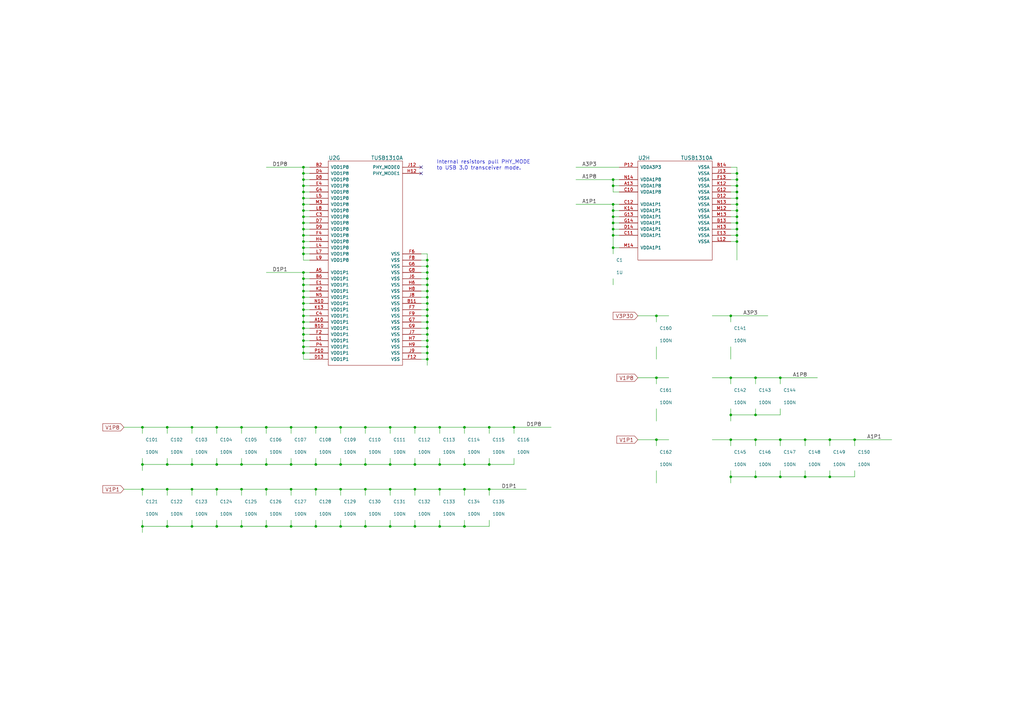
<source format=kicad_sch>
(kicad_sch (version 20230121) (generator eeschema)
  (paper "A3")
  (title_block (title "Daisho Project Main Board") (date "10 Oct 2014") (rev "0") (company "ShareBrained Technology, Inc.") (comment 1 "Copyright © 2013 Jared Boone") (comment 2 "License: GNU General Public License, version 2"))
  (lib_symbols
    (symbol "tusb1310a:TUSB1310A" (pin_names (offset 1.016))
      (property "Reference" "U" (at -12.7 -1.27 0))
      (property "Value" "TUSB1310A" (at 8.89 -1.27 0))
      (symbol "TUSB1310A_1_1"
        (rectangle (start -15.24 -2.54) (end 15.24 -63.5))
        (pin output line (at 22.86 -33.02 180) (length 7.62) (name "RX_DATA6") (number "A2"))
        (pin output line (at 22.86 -30.48 180) (length 7.62) (name "RX_DATA7") (number "A3"))
        (pin output line (at 22.86 -25.4 180) (length 7.62) (name "RX_DATA9") (number "A4"))
        (pin output line (at 22.86 -5.08 180) (length 7.62) (name "PCLK") (number "A6"))
        (pin output line (at 22.86 -55.88 180) (length 7.62) (name "RX_DATAK0") (number "A7"))
        (pin output line (at 22.86 -15.24 180) (length 7.62) (name "RX_DATA13") (number "A8"))
        (pin output line (at 22.86 -12.7 180) (length 7.62) (name "RX_DATA14") (number "A9"))
        (pin output line (at 22.86 -35.56 180) (length 7.62) (name "RX_DATA5") (number "B1"))
        (pin output line (at 22.86 -27.94 180) (length 7.62) (name "RX_DATA8") (number "B3"))
        (pin output line (at 22.86 -22.86 180) (length 7.62) (name "RX_DATA10") (number "B4"))
        (pin output line (at 22.86 -20.32 180) (length 7.62) (name "RX_DATA11") (number "B5"))
        (pin output line (at 22.86 -53.34 180) (length 7.62) (name "RX_DATAK1") (number "B7"))
        (pin output line (at 22.86 -17.78 180) (length 7.62) (name "RX_DATA12") (number "B8"))
        (pin output line (at 22.86 -10.16 180) (length 7.62) (name "RX_DATA15") (number "B9"))
        (pin output line (at 22.86 -40.64 180) (length 7.62) (name "RX_DATA3") (number "C1"))
        (pin output line (at 22.86 -38.1 180) (length 7.62) (name "RX_DATA4") (number "C2"))
        (pin output line (at 22.86 -43.18 180) (length 7.62) (name "RX_DATA2") (number "D1"))
        (pin output line (at 22.86 -45.72 180) (length 7.62) (name "RX_DATA1") (number "D2"))
        (pin output line (at 22.86 -48.26 180) (length 7.62) (name "RX_DATA0") (number "E2"))
        (pin output line (at 22.86 -60.96 180) (length 7.62) (name "RX_VALID") (number "F1"))
        (pin input line (at -22.86 -53.34 0) (length 7.62) (name "TX_DATAK1") (number "G1"))
        (pin input line (at -22.86 -10.16 0) (length 7.62) (name "TX_DATA15") (number "G2"))
        (pin input line (at -22.86 -15.24 0) (length 7.62) (name "TX_DATA13") (number "H1"))
        (pin input line (at -22.86 -12.7 0) (length 7.62) (name "TX_DATA14") (number "H2"))
        (pin input line (at -22.86 -55.88 0) (length 7.62) (name "TX_DATAK0") (number "J1"))
        (pin input line (at -22.86 -17.78 0) (length 7.62) (name "TX_DATA12") (number "J2"))
        (pin input line (at -22.86 -5.08 0) (length 7.62) (name "TX_CLK") (number "K1"))
        (pin input line (at -22.86 -22.86 0) (length 7.62) (name "TX_DATA10") (number "L2"))
        (pin input line (at -22.86 -20.32 0) (length 7.62) (name "TX_DATA11") (number "L3"))
        (pin input line (at -22.86 -27.94 0) (length 7.62) (name "TX_DATA8") (number "M1"))
        (pin input line (at -22.86 -25.4 0) (length 7.62) (name "TX_DATA9") (number "M2"))
        (pin input line (at -22.86 -30.48 0) (length 7.62) (name "TX_DATA7") (number "N1"))
        (pin input line (at -22.86 -35.56 0) (length 7.62) (name "TX_DATA5") (number "N2"))
        (pin input line (at -22.86 -40.64 0) (length 7.62) (name "TX_DATA3") (number "N3"))
        (pin input line (at -22.86 -45.72 0) (length 7.62) (name "TX_DATA1") (number "N4"))
        (pin input line (at -22.86 -33.02 0) (length 7.62) (name "TX_DATA6") (number "P1"))
        (pin input line (at -22.86 -38.1 0) (length 7.62) (name "TX_DATA4") (number "P2"))
        (pin input line (at -22.86 -43.18 0) (length 7.62) (name "TX_DATA2") (number "P3"))
        (pin input line (at -22.86 -48.26 0) (length 7.62) (name "TX_DATA0") (number "P5"))
      )
      (symbol "TUSB1310A_2_1"
        (rectangle (start -15.24 -2.54) (end 15.24 -30.48))
        (pin output line (at 22.86 -22.86 180) (length 7.62) (name "ULPI_DIR") (number "M7"))
        (pin input line (at -22.86 -27.94 0) (length 7.62) (name "ULPI_STP") (number "M8"))
        (pin output line (at 22.86 -27.94 180) (length 7.62) (name "ULPI_NXT") (number "N11"))
        (pin bidirectional line (at -22.86 -5.08 0) (length 7.62) (name "ULPI_DATA7") (number "N6"))
        (pin bidirectional line (at -22.86 -10.16 0) (length 7.62) (name "ULPI_DATA5") (number "N7"))
        (pin bidirectional line (at -22.86 -15.24 0) (length 7.62) (name "ULPI_DATA3") (number "N8"))
        (pin bidirectional line (at -22.86 -22.86 0) (length 7.62) (name "ULPI_DATA0") (number "N9"))
        (pin output line (at 22.86 -5.08 180) (length 7.62) (name "ULPI_CLK") (number "P11"))
        (pin bidirectional line (at -22.86 -7.62 0) (length 7.62) (name "ULPI_DATA6") (number "P6"))
        (pin bidirectional line (at -22.86 -12.7 0) (length 7.62) (name "ULPI_DATA4") (number "P7"))
        (pin bidirectional line (at -22.86 -17.78 0) (length 7.62) (name "ULPI_DATA2") (number "P8"))
        (pin bidirectional line (at -22.86 -20.32 0) (length 7.62) (name "ULPI_DATA1") (number "P9"))
      )
      (symbol "TUSB1310A_3_1"
        (rectangle (start -15.24 -2.54) (end 15.24 -48.26))
        (pin output line (at -22.86 -27.94 0) (length 7.62) (name "RX_STATUS0") (number "C5"))
        (pin output line (at -22.86 -25.4 0) (length 7.62) (name "RX_STATUS1") (number "C6"))
        (pin output line (at -22.86 -22.86 0) (length 7.62) (name "RX_STATUS2") (number "C7"))
        (pin bidirectional line (at -22.86 -40.64 0) (length 7.62) (name "PHY_STATUS") (number "E3"))
        (pin bidirectional line (at -22.86 -17.78 0) (length 7.62) (name "RX_ELECIDLE") (number "F3"))
        (pin input line (at -22.86 -33.02 0) (length 7.62) (name "POWER_DOWN1") (number "G3"))
        (pin output line (at -22.86 -45.72 0) (length 7.62) (name "PWRPRESENT") (number "H11"))
        (pin input line (at -22.86 -35.56 0) (length 7.62) (name "POWER_DOWN0") (number "H3"))
        (pin input line (at -22.86 -5.08 0) (length 7.62) (name "PHY_RESETN") (number "J3"))
        (pin input line (at -22.86 -12.7 0) (length 7.62) (name "TX_ELECIDLE") (number "K3"))
        (pin input line (at -22.86 -10.16 0) (length 7.62) (name "TX_DETRX_LPBK") (number "M6"))
      )
      (symbol "TUSB1310A_4_1"
        (rectangle (start -15.24 -2.54) (end 15.24 -48.26))
        (pin input line (at -22.86 -33.02 0) (length 7.62) (name "RX_POLARITY") (number "C8"))
        (pin input line (at -22.86 -45.72 0) (length 7.62) (name "ELAS_BUF_MODE") (number "C9"))
        (pin input line (at -22.86 -35.56 0) (length 7.62) (name "RX_TERMINATION") (number "D3"))
        (pin input line (at -22.86 -10.16 0) (length 7.62) (name "TX_DEEMPH1") (number "K11"))
        (pin input line (at -22.86 -12.7 0) (length 7.62) (name "TX_DEEMPH0") (number "L11"))
        (pin input line (at -22.86 -40.64 0) (length 7.62) (name "RATE") (number "L6"))
        (pin input line (at -22.86 -20.32 0) (length 7.62) (name "TX_MARGIN1") (number "M10"))
        (pin input line (at -22.86 -17.78 0) (length 7.62) (name "TX_MARGIN2") (number "M11"))
        (pin input line (at -22.86 -5.08 0) (length 7.62) (name "TX_ONESZEROS") (number "M4"))
        (pin input line (at -22.86 -27.94 0) (length 7.62) (name "TX_SWING") (number "M5"))
        (pin input line (at -22.86 -22.86 0) (length 7.62) (name "TX_MARGIN0") (number "M9"))
      )
      (symbol "TUSB1310A_5_1"
        (rectangle (start -15.24 -2.54) (end 15.24 -50.8))
        (pin output line (at -22.86 -7.62 0) (length 7.62) (name "XO") (number "A11"))
        (pin input line (at -22.86 -5.08 0) (length 7.62) (name "XI") (number "A12"))
        (pin no_connect line (at 22.86 -48.26 180) (length 7.62) (name "RSVD") (number "A14"))
        (pin passive line (at -22.86 -15.24 0) (length 7.62) (name "VSSOSC") (number "B12"))
        (pin no_connect line (at 22.86 -38.1 180) (length 7.62) (name "RSVD") (number "C13"))
        (pin no_connect line (at 22.86 -40.64 180) (length 7.62) (name "RSVD") (number "C14"))
        (pin output line (at -22.86 -10.16 0) (length 7.62) (name "CLKOUT") (number "D10"))
        (pin input line (at -22.86 -22.86 0) (length 7.62) (name "JTAG_TMS") (number "D11"))
        (pin no_connect line (at 22.86 -35.56 180) (length 7.62) (name "RSVD") (number "D5"))
        (pin no_connect line (at 22.86 -33.02 180) (length 7.62) (name "RSVD") (number "D6"))
        (pin input line (at -22.86 -25.4 0) (length 7.62) (name "JTAG_TDI") (number "E11"))
        (pin input line (at -22.86 -27.94 0) (length 7.62) (name "JTAG_TRSTN") (number "E12"))
        (pin output line (at -22.86 -30.48 0) (length 7.62) (name "JTAG_TDO") (number "F11"))
        (pin input line (at -22.86 -20.32 0) (length 7.62) (name "JTAG_TCK") (number "G11"))
        (pin input line (at -22.86 -38.1 0) (length 7.62) (name "RESETN") (number "J11"))
        (pin no_connect line (at 22.86 -45.72 180) (length 7.62) (name "RSVD") (number "J4"))
        (pin no_connect line (at 22.86 -43.18 180) (length 7.62) (name "RSVD") (number "K4"))
        (pin input line (at -22.86 -40.64 0) (length 7.62) (name "OUT_ENABLE") (number "L10"))
        (pin input line (at -22.86 -48.26 0) (length 7.62) (name "R1EXTRTN") (number "L13"))
        (pin output line (at -22.86 -45.72 0) (length 7.62) (name "R1EXT") (number "L14"))
      )
      (symbol "TUSB1310A_6_1"
        (rectangle (start -15.24 -2.54) (end 15.24 -35.56))
        (pin input line (at 22.86 -22.86 180) (length 7.62) (name "SSRXP") (number "E14"))
        (pin input line (at 22.86 -25.4 180) (length 7.62) (name "SSRXM") (number "F14"))
        (pin output line (at 22.86 -30.48 180) (length 7.62) (name "SSTXP") (number "H14"))
        (pin output line (at 22.86 -33.02 180) (length 7.62) (name "SSTXM") (number "J14"))
        (pin input line (at 22.86 -5.08 180) (length 7.62) (name "VBUS") (number "N12"))
        (pin bidirectional line (at 22.86 -10.16 180) (length 7.62) (name "DM") (number "P13"))
        (pin bidirectional line (at 22.86 -12.7 180) (length 7.62) (name "DP") (number "P14"))
      )
      (symbol "TUSB1310A_7_1"
        (rectangle (start -15.24 -2.54) (end 15.24 -86.36))
        (pin power_in line (at -22.86 -68.58 0) (length 7.62) (name "VDD1P1") (number "A10"))
        (pin power_in line (at -22.86 -48.26 0) (length 7.62) (name "VDD1P1") (number "A5"))
        (pin power_in line (at -22.86 -71.12 0) (length 7.62) (name "VDD1P1") (number "B10"))
        (pin power_in line (at 22.86 -60.96 180) (length 7.62) (name "VSS") (number "B11"))
        (pin power_in line (at -22.86 -5.08 0) (length 7.62) (name "VDD1P8") (number "B2"))
        (pin power_in line (at -22.86 -50.8 0) (length 7.62) (name "VDD1P1") (number "B6"))
        (pin power_in line (at -22.86 -25.4 0) (length 7.62) (name "VDD1P8") (number "C3"))
        (pin power_in line (at -22.86 -66.04 0) (length 7.62) (name "VDD1P1") (number "C4"))
        (pin power_in line (at -22.86 -83.82 0) (length 7.62) (name "VDD1P1") (number "D13"))
        (pin power_in line (at -22.86 -7.62 0) (length 7.62) (name "VDD1P8") (number "D4"))
        (pin power_in line (at -22.86 -27.94 0) (length 7.62) (name "VDD1P8") (number "D7"))
        (pin power_in line (at -22.86 -10.16 0) (length 7.62) (name "VDD1P8") (number "D8"))
        (pin power_in line (at -22.86 -30.48 0) (length 7.62) (name "VDD1P8") (number "D9"))
        (pin power_in line (at -22.86 -53.34 0) (length 7.62) (name "VDD1P1") (number "E1"))
        (pin power_in line (at -22.86 -12.7 0) (length 7.62) (name "VDD1P8") (number "E4"))
        (pin power_in line (at 22.86 -83.82 180) (length 7.62) (name "VSS") (number "F12"))
        (pin power_in line (at -22.86 -73.66 0) (length 7.62) (name "VDD1P1") (number "F2"))
        (pin power_in line (at -22.86 -33.02 0) (length 7.62) (name "VDD1P8") (number "F4"))
        (pin power_in line (at 22.86 -40.64 180) (length 7.62) (name "VSS") (number "F6"))
        (pin power_in line (at 22.86 -63.5 180) (length 7.62) (name "VSS") (number "F7"))
        (pin power_in line (at 22.86 -43.18 180) (length 7.62) (name "VSS") (number "F8"))
        (pin power_in line (at 22.86 -66.04 180) (length 7.62) (name "VSS") (number "F9"))
        (pin power_in line (at -22.86 -15.24 0) (length 7.62) (name "VDD1P8") (number "G4"))
        (pin power_in line (at 22.86 -45.72 180) (length 7.62) (name "VSS") (number "G6"))
        (pin power_in line (at 22.86 -68.58 180) (length 7.62) (name "VSS") (number "G7"))
        (pin power_in line (at 22.86 -48.26 180) (length 7.62) (name "VSS") (number "G8"))
        (pin power_in line (at 22.86 -71.12 180) (length 7.62) (name "VSS") (number "G9"))
        (pin input line (at 22.86 -7.62 180) (length 7.62) (name "PHY_MODE1") (number "H12"))
        (pin power_in line (at -22.86 -35.56 0) (length 7.62) (name "VDD1P8") (number "H4"))
        (pin power_in line (at 22.86 -53.34 180) (length 7.62) (name "VSS") (number "H6"))
        (pin power_in line (at 22.86 -76.2 180) (length 7.62) (name "VSS") (number "H7"))
        (pin power_in line (at 22.86 -55.88 180) (length 7.62) (name "VSS") (number "H8"))
        (pin power_in line (at 22.86 -78.74 180) (length 7.62) (name "VSS") (number "H9"))
        (pin input line (at 22.86 -5.08 180) (length 7.62) (name "PHY_MODE0") (number "J12"))
        (pin power_in line (at 22.86 -50.8 180) (length 7.62) (name "VSS") (number "J6"))
        (pin power_in line (at 22.86 -73.66 180) (length 7.62) (name "VSS") (number "J7"))
        (pin power_in line (at 22.86 -58.42 180) (length 7.62) (name "VSS") (number "J8"))
        (pin power_in line (at 22.86 -81.28 180) (length 7.62) (name "VSS") (number "J9"))
        (pin power_in line (at -22.86 -63.5 0) (length 7.62) (name "VDD1P1") (number "K13"))
        (pin power_in line (at -22.86 -55.88 0) (length 7.62) (name "VDD1P1") (number "K2"))
        (pin power_in line (at -22.86 -76.2 0) (length 7.62) (name "VDD1P1") (number "L1"))
        (pin power_in line (at -22.86 -38.1 0) (length 7.62) (name "VDD1P8") (number "L4"))
        (pin power_in line (at -22.86 -17.78 0) (length 7.62) (name "VDD1P8") (number "L5"))
        (pin power_in line (at -22.86 -40.64 0) (length 7.62) (name "VDD1P8") (number "L7"))
        (pin power_in line (at -22.86 -22.86 0) (length 7.62) (name "VDD1P8") (number "L8"))
        (pin power_in line (at -22.86 -43.18 0) (length 7.62) (name "VDD1P8") (number "L9"))
        (pin power_in line (at -22.86 -20.32 0) (length 7.62) (name "VDD1P8") (number "M3"))
        (pin power_in line (at -22.86 -60.96 0) (length 7.62) (name "VDD1P1") (number "N10"))
        (pin power_in line (at -22.86 -58.42 0) (length 7.62) (name "VDD1P1") (number "N5"))
        (pin power_in line (at -22.86 -81.28 0) (length 7.62) (name "VDD1P1") (number "P10"))
        (pin power_in line (at -22.86 -78.74 0) (length 7.62) (name "VDD1P1") (number "P4"))
      )
      (symbol "TUSB1310A_8_1"
        (rectangle (start -15.24 -2.54) (end 15.24 -43.18))
        (pin power_in line (at -22.86 -12.7 0) (length 7.62) (name "VDDA1P8") (number "A13"))
        (pin power_in line (at 22.86 -27.94 180) (length 7.62) (name "VSSA") (number "B13"))
        (pin power_in line (at 22.86 -5.08 180) (length 7.62) (name "VSSA") (number "B14"))
        (pin power_in line (at -22.86 -15.24 0) (length 7.62) (name "VDDA1P8") (number "C10"))
        (pin power_in line (at -22.86 -33.02 0) (length 7.62) (name "VDDA1P1") (number "C11"))
        (pin power_in line (at -22.86 -20.32 0) (length 7.62) (name "VDDA1P1") (number "C12"))
        (pin power_in line (at 22.86 -17.78 180) (length 7.62) (name "VSSA") (number "D12"))
        (pin power_in line (at -22.86 -30.48 0) (length 7.62) (name "VDDA1P1") (number "D14"))
        (pin power_in line (at 22.86 -33.02 180) (length 7.62) (name "VSSA") (number "E13"))
        (pin power_in line (at 22.86 -10.16 180) (length 7.62) (name "VSSA") (number "F13"))
        (pin power_in line (at 22.86 -15.24 180) (length 7.62) (name "VSSA") (number "G12"))
        (pin power_in line (at -22.86 -25.4 0) (length 7.62) (name "VDDA1P1") (number "G13"))
        (pin power_in line (at -22.86 -27.94 0) (length 7.62) (name "VDDA1P1") (number "G14"))
        (pin power_in line (at 22.86 -30.48 180) (length 7.62) (name "VSSA") (number "H13"))
        (pin power_in line (at 22.86 -7.62 180) (length 7.62) (name "VSSA") (number "J13"))
        (pin power_in line (at 22.86 -12.7 180) (length 7.62) (name "VSSA") (number "K12"))
        (pin power_in line (at -22.86 -22.86 0) (length 7.62) (name "VDDA1P1") (number "K14"))
        (pin power_in line (at 22.86 -35.56 180) (length 7.62) (name "VSSA") (number "L12"))
        (pin power_in line (at 22.86 -22.86 180) (length 7.62) (name "VSSA") (number "M12"))
        (pin power_in line (at 22.86 -25.4 180) (length 7.62) (name "VSSA") (number "M13"))
        (pin power_in line (at -22.86 -38.1 0) (length 7.62) (name "VDDA1P1") (number "M14"))
        (pin power_in line (at 22.86 -20.32 180) (length 7.62) (name "VSSA") (number "N13"))
        (pin power_in line (at -22.86 -10.16 0) (length 7.62) (name "VDDA1P8") (number "N14"))
        (pin power_in line (at -22.86 -5.08 0) (length 7.62) (name "VDDA3P3") (number "P12"))
      )
    )
  )
  (junction (at 124.46 86.36))
  (junction (at 309.88 195.58))
  (junction (at 124.46 93.98))
  (junction (at 160.02 175.26))
  (junction (at 78.74 200.66))
  (junction (at 175.26 142.24))
  (junction (at 320.04 180.34))
  (junction (at 330.2 195.58))
  (junction (at 340.36 180.34))
  (junction (at 320.04 195.58))
  (junction (at 309.88 154.94))
  (junction (at 200.66 190.5))
  (junction (at 109.22 215.9))
  (junction (at 124.46 121.92))
  (junction (at 124.46 76.2))
  (junction (at 190.5 215.9))
  (junction (at 119.38 200.66))
  (junction (at 78.74 190.5))
  (junction (at 302.26 99.06))
  (junction (at 129.54 175.26))
  (junction (at 160.02 190.5))
  (junction (at 99.06 175.26))
  (junction (at 251.46 83.82))
  (junction (at 124.46 127))
  (junction (at 180.34 190.5))
  (junction (at 175.26 111.76))
  (junction (at 58.42 200.66))
  (junction (at 175.26 132.08))
  (junction (at 302.26 86.36))
  (junction (at 109.22 175.26))
  (junction (at 124.46 99.06))
  (junction (at 99.06 190.5))
  (junction (at 175.26 144.78))
  (junction (at 175.26 127))
  (junction (at 302.26 88.9))
  (junction (at 124.46 81.28))
  (junction (at 149.86 190.5))
  (junction (at 299.72 170.18))
  (junction (at 302.26 73.66))
  (junction (at 58.42 190.5))
  (junction (at 170.18 215.9))
  (junction (at 251.46 96.52))
  (junction (at 175.26 106.68))
  (junction (at 149.86 175.26))
  (junction (at 124.46 137.16))
  (junction (at 175.26 129.54))
  (junction (at 99.06 215.9))
  (junction (at 139.7 175.26))
  (junction (at 124.46 101.6))
  (junction (at 299.72 154.94))
  (junction (at 180.34 200.66))
  (junction (at 160.02 200.66))
  (junction (at 302.26 78.74))
  (junction (at 124.46 78.74))
  (junction (at 309.88 180.34))
  (junction (at 119.38 215.9))
  (junction (at 175.26 114.3))
  (junction (at 269.24 180.34))
  (junction (at 124.46 144.78))
  (junction (at 175.26 147.32))
  (junction (at 149.86 215.9))
  (junction (at 119.38 190.5))
  (junction (at 109.22 200.66))
  (junction (at 251.46 93.98))
  (junction (at 99.06 200.66))
  (junction (at 175.26 116.84))
  (junction (at 200.66 200.66))
  (junction (at 109.22 190.5))
  (junction (at 175.26 134.62))
  (junction (at 124.46 116.84))
  (junction (at 175.26 137.16))
  (junction (at 299.72 180.34))
  (junction (at 269.24 129.54))
  (junction (at 68.58 215.9))
  (junction (at 190.5 175.26))
  (junction (at 302.26 76.2))
  (junction (at 269.24 154.94))
  (junction (at 175.26 121.92))
  (junction (at 302.26 81.28))
  (junction (at 124.46 91.44))
  (junction (at 302.26 91.44))
  (junction (at 124.46 142.24))
  (junction (at 330.2 180.34))
  (junction (at 88.9 175.26))
  (junction (at 190.5 200.66))
  (junction (at 124.46 83.82))
  (junction (at 68.58 190.5))
  (junction (at 124.46 104.14))
  (junction (at 78.74 215.9))
  (junction (at 175.26 109.22))
  (junction (at 175.26 124.46))
  (junction (at 309.88 170.18))
  (junction (at 175.26 139.7))
  (junction (at 129.54 200.66))
  (junction (at 149.86 200.66))
  (junction (at 175.26 119.38))
  (junction (at 139.7 215.9))
  (junction (at 78.74 175.26))
  (junction (at 119.38 175.26))
  (junction (at 160.02 215.9))
  (junction (at 124.46 71.12))
  (junction (at 129.54 215.9))
  (junction (at 88.9 200.66))
  (junction (at 124.46 139.7))
  (junction (at 302.26 83.82))
  (junction (at 251.46 91.44))
  (junction (at 124.46 88.9))
  (junction (at 170.18 175.26))
  (junction (at 299.72 129.54))
  (junction (at 68.58 200.66))
  (junction (at 320.04 154.94))
  (junction (at 170.18 200.66))
  (junction (at 302.26 71.12))
  (junction (at 124.46 124.46))
  (junction (at 190.5 190.5))
  (junction (at 68.58 175.26))
  (junction (at 124.46 68.58))
  (junction (at 251.46 101.6))
  (junction (at 302.26 93.98))
  (junction (at 210.82 175.26))
  (junction (at 129.54 190.5))
  (junction (at 124.46 129.54))
  (junction (at 251.46 73.66))
  (junction (at 139.7 200.66))
  (junction (at 180.34 215.9))
  (junction (at 350.52 180.34))
  (junction (at 299.72 195.58))
  (junction (at 124.46 114.3))
  (junction (at 124.46 96.52))
  (junction (at 88.9 190.5))
  (junction (at 124.46 134.62))
  (junction (at 124.46 119.38))
  (junction (at 170.18 190.5))
  (junction (at 200.66 175.26))
  (junction (at 124.46 111.76))
  (junction (at 124.46 132.08))
  (junction (at 251.46 88.9))
  (junction (at 340.36 195.58))
  (junction (at 58.42 175.26))
  (junction (at 88.9 215.9))
  (junction (at 139.7 190.5))
  (junction (at 251.46 76.2))
  (junction (at 180.34 175.26))
  (junction (at 124.46 73.66))
  (junction (at 251.46 86.36))
  (junction (at 302.26 96.52))
  (junction (at 58.42 215.9))
  (no_connect (at 172.72 68.58))
  (no_connect (at 172.72 71.12))
  (wire (pts (xy 129.54 175.26) (xy 139.7 175.26)))
  (wire (pts (xy 269.24 154.94) (xy 274.32 154.94)))
  (wire (pts (xy 129.54 190.5) (xy 139.7 190.5)))
  (wire (pts (xy 124.46 83.82) (xy 127 83.82)))
  (wire (pts (xy 124.46 116.84) (xy 127 116.84)))
  (wire (pts (xy 175.26 132.08) (xy 172.72 132.08)))
  (wire (pts (xy 109.22 215.9) (xy 109.22 213.36)))
  (wire (pts (xy 99.06 200.66) (xy 99.06 203.2)))
  (wire (pts (xy 124.46 96.52) (xy 127 96.52)))
  (wire (pts (xy 180.34 215.9) (xy 180.34 213.36)))
  (wire (pts (xy 350.52 180.34) (xy 365.76 180.34)))
  (wire (pts (xy 269.24 167.64) (xy 269.24 172.72)))
  (wire (pts (xy 299.72 68.58) (xy 302.26 68.58)))
  (wire (pts (xy 200.66 213.36) (xy 200.66 215.9)))
  (wire (pts (xy 200.66 175.26) (xy 200.66 177.8)))
  (wire (pts (xy 254 68.58) (xy 236.22 68.58)))
  (wire (pts (xy 302.26 76.2) (xy 302.26 78.74)))
  (wire (pts (xy 99.06 215.9) (xy 88.9 215.9)))
  (wire (pts (xy 190.5 200.66) (xy 200.66 200.66)))
  (wire (pts (xy 160.02 200.66) (xy 170.18 200.66)))
  (wire (pts (xy 149.86 200.66) (xy 160.02 200.66)))
  (wire (pts (xy 124.46 101.6) (xy 127 101.6)))
  (wire (pts (xy 302.26 73.66) (xy 302.26 76.2)))
  (wire (pts (xy 302.26 96.52) (xy 302.26 99.06)))
  (wire (pts (xy 320.04 180.34) (xy 320.04 182.88)))
  (wire (pts (xy 175.26 142.24) (xy 172.72 142.24)))
  (wire (pts (xy 210.82 175.26) (xy 226.06 175.26)))
  (wire (pts (xy 139.7 175.26) (xy 139.7 177.8)))
  (wire (pts (xy 172.72 106.68) (xy 175.26 106.68)))
  (wire (pts (xy 129.54 190.5) (xy 129.54 187.96)))
  (wire (pts (xy 350.52 180.34) (xy 350.52 182.88)))
  (wire (pts (xy 149.86 190.5) (xy 160.02 190.5)))
  (wire (pts (xy 175.26 116.84) (xy 172.72 116.84)))
  (wire (pts (xy 175.26 132.08) (xy 175.26 129.54)))
  (wire (pts (xy 251.46 101.6) (xy 251.46 96.52)))
  (wire (pts (xy 124.46 116.84) (xy 124.46 114.3)))
  (wire (pts (xy 251.46 78.74) (xy 254 78.74)))
  (wire (pts (xy 180.34 190.5) (xy 180.34 187.96)))
  (wire (pts (xy 350.52 193.04) (xy 350.52 195.58)))
  (wire (pts (xy 124.46 76.2) (xy 124.46 73.66)))
  (wire (pts (xy 175.26 127) (xy 172.72 127)))
  (wire (pts (xy 109.22 190.5) (xy 119.38 190.5)))
  (wire (pts (xy 119.38 200.66) (xy 129.54 200.66)))
  (wire (pts (xy 302.26 78.74) (xy 302.26 81.28)))
  (wire (pts (xy 251.46 91.44) (xy 251.46 88.9)))
  (wire (pts (xy 175.26 144.78) (xy 175.26 142.24)))
  (wire (pts (xy 269.24 182.88) (xy 269.24 180.34)))
  (wire (pts (xy 109.22 175.26) (xy 119.38 175.26)))
  (wire (pts (xy 175.26 144.78) (xy 172.72 144.78)))
  (wire (pts (xy 170.18 200.66) (xy 180.34 200.66)))
  (wire (pts (xy 124.46 68.58) (xy 127 68.58)))
  (wire (pts (xy 160.02 215.9) (xy 160.02 213.36)))
  (wire (pts (xy 124.46 121.92) (xy 124.46 119.38)))
  (wire (pts (xy 200.66 200.66) (xy 200.66 203.2)))
  (wire (pts (xy 302.26 86.36) (xy 302.26 88.9)))
  (wire (pts (xy 190.5 190.5) (xy 190.5 187.96)))
  (wire (pts (xy 124.46 132.08) (xy 124.46 129.54)))
  (wire (pts (xy 309.88 154.94) (xy 309.88 157.48)))
  (wire (pts (xy 330.2 180.34) (xy 330.2 182.88)))
  (wire (pts (xy 200.66 200.66) (xy 215.9 200.66)))
  (wire (pts (xy 124.46 104.14) (xy 124.46 101.6)))
  (wire (pts (xy 149.86 190.5) (xy 149.86 187.96)))
  (wire (pts (xy 124.46 142.24) (xy 124.46 139.7)))
  (wire (pts (xy 200.66 190.5) (xy 210.82 190.5)))
  (wire (pts (xy 124.46 91.44) (xy 124.46 88.9)))
  (wire (pts (xy 58.42 190.5) (xy 58.42 187.96)))
  (wire (pts (xy 88.9 175.26) (xy 99.06 175.26)))
  (wire (pts (xy 175.26 119.38) (xy 172.72 119.38)))
  (wire (pts (xy 269.24 157.48) (xy 269.24 154.94)))
  (wire (pts (xy 99.06 175.26) (xy 109.22 175.26)))
  (wire (pts (xy 330.2 180.34) (xy 340.36 180.34)))
  (wire (pts (xy 160.02 175.26) (xy 160.02 177.8)))
  (wire (pts (xy 88.9 215.9) (xy 78.74 215.9)))
  (wire (pts (xy 269.24 180.34) (xy 274.32 180.34)))
  (wire (pts (xy 190.5 215.9) (xy 190.5 213.36)))
  (wire (pts (xy 124.46 132.08) (xy 127 132.08)))
  (wire (pts (xy 124.46 78.74) (xy 127 78.74)))
  (wire (pts (xy 124.46 93.98) (xy 124.46 91.44)))
  (wire (pts (xy 251.46 88.9) (xy 254 88.9)))
  (wire (pts (xy 175.26 114.3) (xy 172.72 114.3)))
  (wire (pts (xy 124.46 127) (xy 127 127)))
  (wire (pts (xy 175.26 127) (xy 175.26 124.46)))
  (wire (pts (xy 78.74 190.5) (xy 88.9 190.5)))
  (wire (pts (xy 124.46 86.36) (xy 127 86.36)))
  (wire (pts (xy 68.58 200.66) (xy 68.58 203.2)))
  (wire (pts (xy 99.06 190.5) (xy 99.06 187.96)))
  (wire (pts (xy 175.26 104.14) (xy 172.72 104.14)))
  (wire (pts (xy 269.24 132.08) (xy 269.24 129.54)))
  (wire (pts (xy 190.5 215.9) (xy 180.34 215.9)))
  (wire (pts (xy 127 104.14) (xy 124.46 104.14)))
  (wire (pts (xy 119.38 175.26) (xy 119.38 177.8)))
  (wire (pts (xy 299.72 142.24) (xy 299.72 147.32)))
  (wire (pts (xy 109.22 200.66) (xy 109.22 203.2)))
  (wire (pts (xy 251.46 96.52) (xy 251.46 93.98)))
  (wire (pts (xy 50.8 200.66) (xy 58.42 200.66)))
  (wire (pts (xy 251.46 73.66) (xy 254 73.66)))
  (wire (pts (xy 302.26 78.74) (xy 299.72 78.74)))
  (wire (pts (xy 124.46 111.76) (xy 127 111.76)))
  (wire (pts (xy 299.72 132.08) (xy 299.72 129.54)))
  (wire (pts (xy 124.46 137.16) (xy 124.46 134.62)))
  (wire (pts (xy 254 76.2) (xy 251.46 76.2)))
  (wire (pts (xy 302.26 81.28) (xy 302.26 83.82)))
  (wire (pts (xy 175.26 139.7) (xy 175.26 137.16)))
  (wire (pts (xy 251.46 101.6) (xy 254 101.6)))
  (wire (pts (xy 299.72 182.88) (xy 299.72 180.34)))
  (wire (pts (xy 180.34 215.9) (xy 170.18 215.9)))
  (wire (pts (xy 340.36 180.34) (xy 340.36 182.88)))
  (wire (pts (xy 58.42 200.66) (xy 68.58 200.66)))
  (wire (pts (xy 129.54 175.26) (xy 129.54 177.8)))
  (wire (pts (xy 180.34 200.66) (xy 190.5 200.66)))
  (wire (pts (xy 78.74 175.26) (xy 88.9 175.26)))
  (wire (pts (xy 78.74 200.66) (xy 78.74 203.2)))
  (wire (pts (xy 269.24 193.04) (xy 269.24 198.12)))
  (wire (pts (xy 299.72 170.18) (xy 299.72 167.64)))
  (wire (pts (xy 99.06 200.66) (xy 109.22 200.66)))
  (wire (pts (xy 302.26 99.06) (xy 302.26 106.68)))
  (wire (pts (xy 175.26 142.24) (xy 175.26 139.7)))
  (wire (pts (xy 320.04 154.94) (xy 320.04 157.48)))
  (wire (pts (xy 302.26 68.58) (xy 302.26 71.12)))
  (wire (pts (xy 299.72 154.94) (xy 309.88 154.94)))
  (wire (pts (xy 175.26 134.62) (xy 175.26 132.08)))
  (wire (pts (xy 302.26 83.82) (xy 299.72 83.82)))
  (wire (pts (xy 302.26 93.98) (xy 302.26 96.52)))
  (wire (pts (xy 302.26 76.2) (xy 299.72 76.2)))
  (wire (pts (xy 88.9 200.66) (xy 99.06 200.66)))
  (wire (pts (xy 58.42 193.04) (xy 58.42 190.5)))
  (wire (pts (xy 127 144.78) (xy 124.46 144.78)))
  (wire (pts (xy 124.46 121.92) (xy 127 121.92)))
  (wire (pts (xy 175.26 149.86) (xy 175.26 147.32)))
  (wire (pts (xy 124.46 88.9) (xy 124.46 86.36)))
  (wire (pts (xy 251.46 116.84) (xy 251.46 114.3)))
  (wire (pts (xy 124.46 129.54) (xy 127 129.54)))
  (wire (pts (xy 309.88 167.64) (xy 309.88 170.18)))
  (wire (pts (xy 119.38 190.5) (xy 129.54 190.5)))
  (wire (pts (xy 124.46 134.62) (xy 124.46 132.08)))
  (wire (pts (xy 309.88 180.34) (xy 309.88 182.88)))
  (wire (pts (xy 124.46 134.62) (xy 127 134.62)))
  (wire (pts (xy 251.46 76.2) (xy 251.46 78.74)))
  (wire (pts (xy 109.22 215.9) (xy 99.06 215.9)))
  (wire (pts (xy 129.54 200.66) (xy 129.54 203.2)))
  (wire (pts (xy 88.9 190.5) (xy 88.9 187.96)))
  (wire (pts (xy 251.46 104.14) (xy 251.46 101.6)))
  (wire (pts (xy 149.86 215.9) (xy 139.7 215.9)))
  (wire (pts (xy 124.46 119.38) (xy 127 119.38)))
  (wire (pts (xy 302.26 81.28) (xy 299.72 81.28)))
  (wire (pts (xy 200.66 190.5) (xy 200.66 187.96)))
  (wire (pts (xy 175.26 129.54) (xy 172.72 129.54)))
  (wire (pts (xy 261.62 154.94) (xy 269.24 154.94)))
  (wire (pts (xy 302.26 99.06) (xy 299.72 99.06)))
  (wire (pts (xy 124.46 73.66) (xy 127 73.66)))
  (wire (pts (xy 127 147.32) (xy 124.46 147.32)))
  (wire (pts (xy 124.46 78.74) (xy 124.46 76.2)))
  (wire (pts (xy 119.38 190.5) (xy 119.38 187.96)))
  (wire (pts (xy 302.26 88.9) (xy 302.26 91.44)))
  (wire (pts (xy 292.1 180.34) (xy 299.72 180.34)))
  (wire (pts (xy 139.7 215.9) (xy 129.54 215.9)))
  (wire (pts (xy 170.18 175.26) (xy 170.18 177.8)))
  (wire (pts (xy 210.82 175.26) (xy 210.82 177.8)))
  (wire (pts (xy 302.26 71.12) (xy 302.26 73.66)))
  (wire (pts (xy 175.26 121.92) (xy 175.26 119.38)))
  (wire (pts (xy 124.46 114.3) (xy 124.46 111.76)))
  (wire (pts (xy 340.36 180.34) (xy 350.52 180.34)))
  (wire (pts (xy 175.26 111.76) (xy 175.26 109.22)))
  (wire (pts (xy 129.54 200.66) (xy 139.7 200.66)))
  (wire (pts (xy 251.46 86.36) (xy 254 86.36)))
  (wire (pts (xy 124.46 99.06) (xy 124.46 96.52)))
  (wire (pts (xy 68.58 215.9) (xy 58.42 215.9)))
  (wire (pts (xy 68.58 190.5) (xy 68.58 187.96)))
  (wire (pts (xy 190.5 175.26) (xy 190.5 177.8)))
  (wire (pts (xy 160.02 215.9) (xy 149.86 215.9)))
  (wire (pts (xy 124.46 81.28) (xy 127 81.28)))
  (wire (pts (xy 309.88 193.04) (xy 309.88 195.58)))
  (wire (pts (xy 175.26 119.38) (xy 175.26 116.84)))
  (wire (pts (xy 129.54 215.9) (xy 129.54 213.36)))
  (wire (pts (xy 302.26 96.52) (xy 299.72 96.52)))
  (wire (pts (xy 299.72 129.54) (xy 314.96 129.54)))
  (wire (pts (xy 129.54 215.9) (xy 119.38 215.9)))
  (wire (pts (xy 175.26 134.62) (xy 172.72 134.62)))
  (wire (pts (xy 302.26 93.98) (xy 299.72 93.98)))
  (wire (pts (xy 210.82 190.5) (xy 210.82 187.96)))
  (wire (pts (xy 170.18 200.66) (xy 170.18 203.2)))
  (wire (pts (xy 170.18 175.26) (xy 180.34 175.26)))
  (wire (pts (xy 170.18 190.5) (xy 170.18 187.96)))
  (wire (pts (xy 124.46 96.52) (xy 124.46 93.98)))
  (wire (pts (xy 139.7 190.5) (xy 149.86 190.5)))
  (wire (pts (xy 269.24 129.54) (xy 261.62 129.54)))
  (wire (pts (xy 292.1 129.54) (xy 299.72 129.54)))
  (wire (pts (xy 139.7 200.66) (xy 139.7 203.2)))
  (wire (pts (xy 78.74 215.9) (xy 78.74 213.36)))
  (wire (pts (xy 109.22 111.76) (xy 124.46 111.76)))
  (wire (pts (xy 127 106.68) (xy 124.46 106.68)))
  (wire (pts (xy 251.46 93.98) (xy 251.46 91.44)))
  (wire (pts (xy 302.26 91.44) (xy 302.26 93.98)))
  (wire (pts (xy 299.72 180.34) (xy 309.88 180.34)))
  (wire (pts (xy 320.04 154.94) (xy 335.28 154.94)))
  (wire (pts (xy 302.26 86.36) (xy 299.72 86.36)))
  (wire (pts (xy 149.86 175.26) (xy 149.86 177.8)))
  (wire (pts (xy 200.66 175.26) (xy 210.82 175.26)))
  (wire (pts (xy 78.74 190.5) (xy 78.74 187.96)))
  (wire (pts (xy 175.26 139.7) (xy 172.72 139.7)))
  (wire (pts (xy 149.86 175.26) (xy 160.02 175.26)))
  (wire (pts (xy 88.9 215.9) (xy 88.9 213.36)))
  (wire (pts (xy 340.36 193.04) (xy 340.36 195.58)))
  (wire (pts (xy 124.46 129.54) (xy 124.46 127)))
  (wire (pts (xy 330.2 195.58) (xy 330.2 193.04)))
  (wire (pts (xy 170.18 215.9) (xy 160.02 215.9)))
  (wire (pts (xy 124.46 124.46) (xy 124.46 121.92)))
  (wire (pts (xy 309.88 154.94) (xy 320.04 154.94)))
  (wire (pts (xy 302.26 91.44) (xy 299.72 91.44)))
  (wire (pts (xy 190.5 190.5) (xy 200.66 190.5)))
  (wire (pts (xy 68.58 175.26) (xy 68.58 177.8)))
  (wire (pts (xy 124.46 73.66) (xy 124.46 71.12)))
  (wire (pts (xy 175.26 137.16) (xy 175.26 134.62)))
  (wire (pts (xy 180.34 175.26) (xy 190.5 175.26)))
  (wire (pts (xy 124.46 81.28) (xy 124.46 78.74)))
  (wire (pts (xy 190.5 175.26) (xy 200.66 175.26)))
  (wire (pts (xy 269.24 147.32) (xy 269.24 142.24)))
  (wire (pts (xy 109.22 68.58) (xy 124.46 68.58)))
  (wire (pts (xy 261.62 180.34) (xy 269.24 180.34)))
  (wire (pts (xy 350.52 195.58) (xy 340.36 195.58)))
  (wire (pts (xy 58.42 190.5) (xy 68.58 190.5)))
  (wire (pts (xy 68.58 200.66) (xy 78.74 200.66)))
  (wire (pts (xy 124.46 106.68) (xy 124.46 104.14)))
  (wire (pts (xy 299.72 71.12) (xy 302.26 71.12)))
  (wire (pts (xy 99.06 175.26) (xy 99.06 177.8)))
  (wire (pts (xy 251.46 96.52) (xy 254 96.52)))
  (wire (pts (xy 299.72 172.72) (xy 299.72 170.18)))
  (wire (pts (xy 340.36 195.58) (xy 330.2 195.58)))
  (wire (pts (xy 175.26 124.46) (xy 172.72 124.46)))
  (wire (pts (xy 88.9 190.5) (xy 99.06 190.5)))
  (wire (pts (xy 175.26 111.76) (xy 172.72 111.76)))
  (wire (pts (xy 292.1 154.94) (xy 299.72 154.94)))
  (wire (pts (xy 139.7 175.26) (xy 149.86 175.26)))
  (wire (pts (xy 124.46 76.2) (xy 127 76.2)))
  (wire (pts (xy 320.04 180.34) (xy 330.2 180.34)))
  (wire (pts (xy 320.04 167.64) (xy 320.04 170.18)))
  (wire (pts (xy 170.18 190.5) (xy 180.34 190.5)))
  (wire (pts (xy 274.32 129.54) (xy 269.24 129.54)))
  (wire (pts (xy 320.04 170.18) (xy 309.88 170.18)))
  (wire (pts (xy 180.34 175.26) (xy 180.34 177.8)))
  (wire (pts (xy 175.26 147.32) (xy 175.26 144.78)))
  (wire (pts (xy 299.72 157.48) (xy 299.72 154.94)))
  (wire (pts (xy 109.22 200.66) (xy 119.38 200.66)))
  (wire (pts (xy 124.46 127) (xy 124.46 124.46)))
  (wire (pts (xy 88.9 175.26) (xy 88.9 177.8)))
  (wire (pts (xy 119.38 175.26) (xy 129.54 175.26)))
  (wire (pts (xy 119.38 200.66) (xy 119.38 203.2)))
  (wire (pts (xy 254 93.98) (xy 251.46 93.98)))
  (wire (pts (xy 180.34 200.66) (xy 180.34 203.2)))
  (wire (pts (xy 124.46 114.3) (xy 127 114.3)))
  (wire (pts (xy 251.46 83.82) (xy 236.22 83.82)))
  (wire (pts (xy 175.26 109.22) (xy 175.26 106.68)))
  (wire (pts (xy 139.7 200.66) (xy 149.86 200.66)))
  (wire (pts (xy 175.26 121.92) (xy 172.72 121.92)))
  (wire (pts (xy 299.72 195.58) (xy 299.72 193.04)))
  (wire (pts (xy 99.06 190.5) (xy 109.22 190.5)))
  (wire (pts (xy 302.26 83.82) (xy 302.26 86.36)))
  (wire (pts (xy 251.46 88.9) (xy 251.46 86.36)))
  (wire (pts (xy 68.58 175.26) (xy 78.74 175.26)))
  (wire (pts (xy 175.26 106.68) (xy 175.26 104.14)))
  (wire (pts (xy 251.46 73.66) (xy 251.46 76.2)))
  (wire (pts (xy 175.26 116.84) (xy 175.26 114.3)))
  (wire (pts (xy 78.74 200.66) (xy 88.9 200.66)))
  (wire (pts (xy 124.46 139.7) (xy 124.46 137.16)))
  (wire (pts (xy 124.46 91.44) (xy 127 91.44)))
  (wire (pts (xy 124.46 71.12) (xy 124.46 68.58)))
  (wire (pts (xy 124.46 101.6) (xy 124.46 99.06)))
  (wire (pts (xy 99.06 215.9) (xy 99.06 213.36)))
  (wire (pts (xy 149.86 200.66) (xy 149.86 203.2)))
  (wire (pts (xy 320.04 195.58) (xy 309.88 195.58)))
  (wire (pts (xy 119.38 215.9) (xy 109.22 215.9)))
  (wire (pts (xy 124.46 86.36) (xy 124.46 83.82)))
  (wire (pts (xy 160.02 200.66) (xy 160.02 203.2)))
  (wire (pts (xy 124.46 83.82) (xy 124.46 81.28)))
  (wire (pts (xy 302.26 73.66) (xy 299.72 73.66)))
  (wire (pts (xy 149.86 215.9) (xy 149.86 213.36)))
  (wire (pts (xy 124.46 99.06) (xy 127 99.06)))
  (wire (pts (xy 309.88 180.34) (xy 320.04 180.34)))
  (wire (pts (xy 309.88 195.58) (xy 299.72 195.58)))
  (wire (pts (xy 254 83.82) (xy 251.46 83.82)))
  (wire (pts (xy 175.26 109.22) (xy 172.72 109.22)))
  (wire (pts (xy 200.66 215.9) (xy 190.5 215.9)))
  (wire (pts (xy 160.02 175.26) (xy 170.18 175.26)))
  (wire (pts (xy 170.18 215.9) (xy 170.18 213.36)))
  (wire (pts (xy 175.26 147.32) (xy 172.72 147.32)))
  (wire (pts (xy 190.5 200.66) (xy 190.5 203.2)))
  (wire (pts (xy 299.72 198.12) (xy 299.72 195.58)))
  (wire (pts (xy 50.8 175.26) (xy 58.42 175.26)))
  (wire (pts (xy 160.02 190.5) (xy 160.02 187.96)))
  (wire (pts (xy 124.46 137.16) (xy 127 137.16)))
  (wire (pts (xy 175.26 124.46) (xy 175.26 121.92)))
  (wire (pts (xy 124.46 144.78) (xy 124.46 142.24)))
  (wire (pts (xy 109.22 190.5) (xy 109.22 187.96)))
  (wire (pts (xy 139.7 190.5) (xy 139.7 187.96)))
  (wire (pts (xy 124.46 147.32) (xy 124.46 144.78)))
  (wire (pts (xy 78.74 215.9) (xy 68.58 215.9)))
  (wire (pts (xy 124.46 142.24) (xy 127 142.24)))
  (wire (pts (xy 58.42 203.2) (xy 58.42 200.66)))
  (wire (pts (xy 68.58 190.5) (xy 78.74 190.5)))
  (wire (pts (xy 68.58 213.36) (xy 68.58 215.9)))
  (wire (pts (xy 109.22 175.26) (xy 109.22 177.8)))
  (wire (pts (xy 124.46 124.46) (xy 127 124.46)))
  (wire (pts (xy 124.46 119.38) (xy 124.46 116.84)))
  (wire (pts (xy 251.46 86.36) (xy 251.46 83.82)))
  (wire (pts (xy 309.88 170.18) (xy 299.72 170.18)))
  (wire (pts (xy 119.38 215.9) (xy 119.38 213.36)))
  (wire (pts (xy 124.46 71.12) (xy 127 71.12)))
  (wire (pts (xy 58.42 215.9) (xy 58.42 213.36)))
  (wire (pts (xy 330.2 195.58) (xy 320.04 195.58)))
  (wire (pts (xy 175.26 114.3) (xy 175.26 111.76)))
  (wire (pts (xy 88.9 200.66) (xy 88.9 203.2)))
  (wire (pts (xy 139.7 215.9) (xy 139.7 213.36)))
  (wire (pts (xy 58.42 218.44) (xy 58.42 215.9)))
  (wire (pts (xy 124.46 93.98) (xy 127 93.98)))
  (wire (pts (xy 58.42 175.26) (xy 68.58 175.26)))
  (wire (pts (xy 302.26 88.9) (xy 299.72 88.9)))
  (wire (pts (xy 180.34 190.5) (xy 190.5 190.5)))
  (wire (pts (xy 320.04 195.58) (xy 320.04 193.04)))
  (wire (pts (xy 175.26 137.16) (xy 172.72 137.16)))
  (wire (pts (xy 160.02 190.5) (xy 170.18 190.5)))
  (wire (pts (xy 58.42 177.8) (xy 58.42 175.26)))
  (wire (pts (xy 251.46 91.44) (xy 254 91.44)))
  (wire (pts (xy 236.22 73.66) (xy 251.46 73.66)))
  (wire (pts (xy 175.26 129.54) (xy 175.26 127)))
  (wire (pts (xy 78.74 175.26) (xy 78.74 177.8)))
  (wire (pts (xy 124.46 139.7) (xy 127 139.7)))
  (wire (pts (xy 124.46 88.9) (xy 127 88.9)))
  (text "Internal resistors pull PHY_MODE\nto USB 3.0 transceiver mode." (at 179.07 69.85 0) (effects (font (size 1.524 1.524)) (justify left bottom)))
  (label "D1P8" (at 111.76 68.58 0) (effects (font (size 1.524 1.524))))
  (label "A1P8" (at 238.76 73.66 0) (effects (font (size 1.524 1.524))))
  (label "A1P8" (at 325.12 154.94 0) (effects (font (size 1.524 1.524))))
  (label "D1P1" (at 205.74 200.66 0) (effects (font (size 1.524 1.524))))
  (label "A1P1" (at 355.6 180.34 0) (effects (font (size 1.524 1.524))))
  (label "A3P3" (at 238.76 68.58 0) (effects (font (size 1.524 1.524))))
  (label "D1P8" (at 215.9 175.26 0) (effects (font (size 1.524 1.524))))
  (label "A1P1" (at 238.76 83.82 0) (effects (font (size 1.524 1.524))))
  (label "A3P3" (at 304.8 129.54 0) (effects (font (size 1.524 1.524))))
  (label "D1P1" (at 111.76 111.76 0) (effects (font (size 1.524 1.524))))
  (global_label "V1P1" (shape input) (at 261.62 180.34 180) (effects (font (size 1.524 1.524))) (property "Intersheetrefs" "${INTERSHEET_REFS}" (effects hide)))
  (global_label "V1P8" (shape input) (at 261.62 154.94 180) (effects (font (size 1.524 1.524))) (property "Intersheetrefs" "${INTERSHEET_REFS}" (effects hide)))
  (global_label "V1P1" (shape input) (at 50.8 200.66 180) (effects (font (size 1.524 1.524))) (property "Intersheetrefs" "${INTERSHEET_REFS}" (effects hide)))
  (global_label "V1P8" (shape input) (at 50.8 175.26 180) (effects (font (size 1.524 1.524))) (property "Intersheetrefs" "${INTERSHEET_REFS}" (effects hide)))
  (global_label "V3P3D" (shape input) (at 261.62 129.54 180) (effects (font (size 1.524 1.524))) (property "Intersheetrefs" "${INTERSHEET_REFS}" (effects hide)))
  (symbol (lib_id "tusb1310a:TUSB1310A") (at 149.86 63.5 0) (unit 7)
    (property "Reference" "U2" (at 137.16 64.77 0) (effects (font (size 1.524 1.524))))
    (property "Value" "TUSB1310A" (at 158.75 64.77 0) (effects (font (size 1.524 1.524))))
    (property "Manufacturer" "TI" (effects hide))
    (property "Part Number" "TUSB1310AZAY" (effects hide))
  )
  (symbol (lib_id "tusb1310a:TUSB1310A") (at 276.86 63.5 0) (unit 8)
    (property "Reference" "U2" (at 264.16 64.77 0) (effects (font (size 1.524 1.524))))
    (property "Value" "TUSB1310A" (at 285.75 64.77 0) (effects (font (size 1.524 1.524))))
    (property "Manufacturer" "TI" (effects hide))
    (property "Part Number" "TUSB1310AZAY" (effects hide))
  )
  (symbol (lib_id "GND") (at 302.26 106.68 0) (unit 1)
    (property "Reference" "#PWR041" (effects hide))
    (property "Value" "GND" (effects hide))
  )
  (symbol (lib_id "GND") (at 175.26 149.86 0) (unit 1)
    (property "Reference" "#PWR040" (effects hide))
    (property "Value" "GND" (effects hide))
  )
  (symbol (lib_id "C") (at 251.46 109.22 0) (unit 1)
    (property "Reference" "C1" (at 252.73 106.68 0) (effects (justify left)))
    (property "Value" "1U" (at 252.73 111.76 0) (effects (justify left)))
    (property "Manufacturer" "Murata" (effects hide))
    (property "Part Number" "GRM155R60J105KE19D" (effects hide))
  )
  (symbol (lib_id "GND") (at 251.46 116.84 0) (unit 1)
    (property "Reference" "#PWR039" (effects hide))
    (property "Value" "GND" (effects hide))
  )
  (symbol (lib_id "C") (at 58.42 182.88 0) (unit 1)
    (property "Reference" "C101" (at 59.69 180.34 0) (effects (justify left)))
    (property "Value" "100N" (at 59.69 185.42 0) (effects (justify left)))
    (property "Manufacturer" "Murata" (effects hide))
    (property "Part Number" "GRM155R61A104KA01D" (effects hide))
  )
  (symbol (lib_id "C") (at 68.58 182.88 0) (unit 1)
    (property "Reference" "C102" (at 69.85 180.34 0) (effects (justify left)))
    (property "Value" "100N" (at 69.85 185.42 0) (effects (justify left)))
    (property "Manufacturer" "Murata" (effects hide))
    (property "Part Number" "GRM155R61A104KA01D" (effects hide))
  )
  (symbol (lib_id "C") (at 78.74 182.88 0) (unit 1)
    (property "Reference" "C103" (at 80.01 180.34 0) (effects (justify left)))
    (property "Value" "100N" (at 80.01 185.42 0) (effects (justify left)))
    (property "Manufacturer" "Murata" (effects hide))
    (property "Part Number" "GRM155R61A104KA01D" (effects hide))
  )
  (symbol (lib_id "C") (at 88.9 182.88 0) (unit 1)
    (property "Reference" "C104" (at 90.17 180.34 0) (effects (justify left)))
    (property "Value" "100N" (at 90.17 185.42 0) (effects (justify left)))
    (property "Manufacturer" "Murata" (effects hide))
    (property "Part Number" "GRM155R61A104KA01D" (effects hide))
  )
  (symbol (lib_id "C") (at 99.06 182.88 0) (unit 1)
    (property "Reference" "C105" (at 100.33 180.34 0) (effects (justify left)))
    (property "Value" "100N" (at 100.33 185.42 0) (effects (justify left)))
    (property "Manufacturer" "Murata" (effects hide))
    (property "Part Number" "GRM155R61A104KA01D" (effects hide))
  )
  (symbol (lib_id "C") (at 109.22 182.88 0) (unit 1)
    (property "Reference" "C106" (at 110.49 180.34 0) (effects (justify left)))
    (property "Value" "100N" (at 110.49 185.42 0) (effects (justify left)))
    (property "Manufacturer" "Murata" (effects hide))
    (property "Part Number" "GRM155R61A104KA01D" (effects hide))
  )
  (symbol (lib_id "C") (at 119.38 182.88 0) (unit 1)
    (property "Reference" "C107" (at 120.65 180.34 0) (effects (justify left)))
    (property "Value" "100N" (at 120.65 185.42 0) (effects (justify left)))
    (property "Manufacturer" "Murata" (effects hide))
    (property "Part Number" "GRM155R61A104KA01D" (effects hide))
  )
  (symbol (lib_id "C") (at 129.54 182.88 0) (unit 1)
    (property "Reference" "C108" (at 130.81 180.34 0) (effects (justify left)))
    (property "Value" "100N" (at 130.81 185.42 0) (effects (justify left)))
    (property "Manufacturer" "Murata" (effects hide))
    (property "Part Number" "GRM155R61A104KA01D" (effects hide))
  )
  (symbol (lib_id "C") (at 139.7 182.88 0) (unit 1)
    (property "Reference" "C109" (at 140.97 180.34 0) (effects (justify left)))
    (property "Value" "100N" (at 140.97 185.42 0) (effects (justify left)))
    (property "Manufacturer" "Murata" (effects hide))
    (property "Part Number" "GRM155R61A104KA01D" (effects hide))
  )
  (symbol (lib_id "C") (at 149.86 182.88 0) (unit 1)
    (property "Reference" "C110" (at 151.13 180.34 0) (effects (justify left)))
    (property "Value" "100N" (at 151.13 185.42 0) (effects (justify left)))
    (property "Manufacturer" "Murata" (effects hide))
    (property "Part Number" "GRM155R61A104KA01D" (effects hide))
  )
  (symbol (lib_id "C") (at 160.02 182.88 0) (unit 1)
    (property "Reference" "C111" (at 161.29 180.34 0) (effects (justify left)))
    (property "Value" "100N" (at 161.29 185.42 0) (effects (justify left)))
    (property "Manufacturer" "Murata" (effects hide))
    (property "Part Number" "GRM155R61A104KA01D" (effects hide))
  )
  (symbol (lib_id "C") (at 170.18 182.88 0) (unit 1)
    (property "Reference" "C112" (at 171.45 180.34 0) (effects (justify left)))
    (property "Value" "100N" (at 171.45 185.42 0) (effects (justify left)))
    (property "Manufacturer" "Murata" (effects hide))
    (property "Part Number" "GRM155R61A104KA01D" (effects hide))
  )
  (symbol (lib_id "C") (at 180.34 182.88 0) (unit 1)
    (property "Reference" "C113" (at 181.61 180.34 0) (effects (justify left)))
    (property "Value" "100N" (at 181.61 185.42 0) (effects (justify left)))
    (property "Manufacturer" "Murata" (effects hide))
    (property "Part Number" "GRM155R61A104KA01D" (effects hide))
  )
  (symbol (lib_id "C") (at 190.5 182.88 0) (unit 1)
    (property "Reference" "C114" (at 191.77 180.34 0) (effects (justify left)))
    (property "Value" "100N" (at 191.77 185.42 0) (effects (justify left)))
    (property "Manufacturer" "Murata" (effects hide))
    (property "Part Number" "GRM155R61A104KA01D" (effects hide))
  )
  (symbol (lib_id "C") (at 200.66 182.88 0) (unit 1)
    (property "Reference" "C115" (at 201.93 180.34 0) (effects (justify left)))
    (property "Value" "100N" (at 201.93 185.42 0) (effects (justify left)))
    (property "Manufacturer" "Murata" (effects hide))
    (property "Part Number" "GRM155R61A104KA01D" (effects hide))
  )
  (symbol (lib_id "C") (at 210.82 182.88 0) (unit 1)
    (property "Reference" "C116" (at 212.09 180.34 0) (effects (justify left)))
    (property "Value" "100N" (at 212.09 185.42 0) (effects (justify left)))
    (property "Manufacturer" "Murata" (effects hide))
    (property "Part Number" "GRM155R61A104KA01D" (effects hide))
  )
  (symbol (lib_id "GND") (at 58.42 193.04 0) (unit 1)
    (property "Reference" "#PWR038" (effects hide))
    (property "Value" "GND" (effects hide))
  )
  (symbol (lib_id "C") (at 58.42 208.28 0) (unit 1)
    (property "Reference" "C121" (at 59.69 205.74 0) (effects (justify left)))
    (property "Value" "100N" (at 59.69 210.82 0) (effects (justify left)))
    (property "Manufacturer" "Murata" (effects hide))
    (property "Part Number" "GRM155R61A104KA01D" (effects hide))
  )
  (symbol (lib_id "C") (at 68.58 208.28 0) (unit 1)
    (property "Reference" "C122" (at 69.85 205.74 0) (effects (justify left)))
    (property "Value" "100N" (at 69.85 210.82 0) (effects (justify left)))
    (property "Manufacturer" "Murata" (effects hide))
    (property "Part Number" "GRM155R61A104KA01D" (effects hide))
  )
  (symbol (lib_id "C") (at 78.74 208.28 0) (unit 1)
    (property "Reference" "C123" (at 80.01 205.74 0) (effects (justify left)))
    (property "Value" "100N" (at 80.01 210.82 0) (effects (justify left)))
    (property "Manufacturer" "Murata" (effects hide))
    (property "Part Number" "GRM155R61A104KA01D" (effects hide))
  )
  (symbol (lib_id "C") (at 88.9 208.28 0) (unit 1)
    (property "Reference" "C124" (at 90.17 205.74 0) (effects (justify left)))
    (property "Value" "100N" (at 90.17 210.82 0) (effects (justify left)))
    (property "Manufacturer" "Murata" (effects hide))
    (property "Part Number" "GRM155R61A104KA01D" (effects hide))
  )
  (symbol (lib_id "C") (at 99.06 208.28 0) (unit 1)
    (property "Reference" "C125" (at 100.33 205.74 0) (effects (justify left)))
    (property "Value" "100N" (at 100.33 210.82 0) (effects (justify left)))
    (property "Manufacturer" "Murata" (effects hide))
    (property "Part Number" "GRM155R61A104KA01D" (effects hide))
  )
  (symbol (lib_id "C") (at 109.22 208.28 0) (unit 1)
    (property "Reference" "C126" (at 110.49 205.74 0) (effects (justify left)))
    (property "Value" "100N" (at 110.49 210.82 0) (effects (justify left)))
    (property "Manufacturer" "Murata" (effects hide))
    (property "Part Number" "GRM155R61A104KA01D" (effects hide))
  )
  (symbol (lib_id "C") (at 119.38 208.28 0) (unit 1)
    (property "Reference" "C127" (at 120.65 205.74 0) (effects (justify left)))
    (property "Value" "100N" (at 120.65 210.82 0) (effects (justify left)))
    (property "Manufacturer" "Murata" (effects hide))
    (property "Part Number" "GRM155R61A104KA01D" (effects hide))
  )
  (symbol (lib_id "C") (at 129.54 208.28 0) (unit 1)
    (property "Reference" "C128" (at 130.81 205.74 0) (effects (justify left)))
    (property "Value" "100N" (at 130.81 210.82 0) (effects (justify left)))
    (property "Manufacturer" "Murata" (effects hide))
    (property "Part Number" "GRM155R61A104KA01D" (effects hide))
  )
  (symbol (lib_id "C") (at 139.7 208.28 0) (unit 1)
    (property "Reference" "C129" (at 140.97 205.74 0) (effects (justify left)))
    (property "Value" "100N" (at 140.97 210.82 0) (effects (justify left)))
    (property "Manufacturer" "Murata" (effects hide))
    (property "Part Number" "GRM155R61A104KA01D" (effects hide))
  )
  (symbol (lib_id "C") (at 149.86 208.28 0) (unit 1)
    (property "Reference" "C130" (at 151.13 205.74 0) (effects (justify left)))
    (property "Value" "100N" (at 151.13 210.82 0) (effects (justify left)))
    (property "Manufacturer" "Murata" (effects hide))
    (property "Part Number" "GRM155R61A104KA01D" (effects hide))
  )
  (symbol (lib_id "C") (at 160.02 208.28 0) (unit 1)
    (property "Reference" "C131" (at 161.29 205.74 0) (effects (justify left)))
    (property "Value" "100N" (at 161.29 210.82 0) (effects (justify left)))
    (property "Manufacturer" "Murata" (effects hide))
    (property "Part Number" "GRM155R61A104KA01D" (effects hide))
  )
  (symbol (lib_id "C") (at 170.18 208.28 0) (unit 1)
    (property "Reference" "C132" (at 171.45 205.74 0) (effects (justify left)))
    (property "Value" "100N" (at 171.45 210.82 0) (effects (justify left)))
    (property "Manufacturer" "Murata" (effects hide))
    (property "Part Number" "GRM155R61A104KA01D" (effects hide))
  )
  (symbol (lib_id "C") (at 180.34 208.28 0) (unit 1)
    (property "Reference" "C133" (at 181.61 205.74 0) (effects (justify left)))
    (property "Value" "100N" (at 181.61 210.82 0) (effects (justify left)))
    (property "Manufacturer" "Murata" (effects hide))
    (property "Part Number" "GRM155R61A104KA01D" (effects hide))
  )
  (symbol (lib_id "C") (at 190.5 208.28 0) (unit 1)
    (property "Reference" "C134" (at 191.77 205.74 0) (effects (justify left)))
    (property "Value" "100N" (at 191.77 210.82 0) (effects (justify left)))
    (property "Manufacturer" "Murata" (effects hide))
    (property "Part Number" "GRM155R61A104KA01D" (effects hide))
  )
  (symbol (lib_id "C") (at 200.66 208.28 0) (unit 1)
    (property "Reference" "C135" (at 201.93 205.74 0) (effects (justify left)))
    (property "Value" "100N" (at 201.93 210.82 0) (effects (justify left)))
    (property "Manufacturer" "Murata" (effects hide))
    (property "Part Number" "GRM155R61A104KA01D" (effects hide))
  )
  (symbol (lib_id "GND") (at 58.42 218.44 0) (unit 1)
    (property "Reference" "#PWR037" (effects hide))
    (property "Value" "GND" (effects hide))
  )
  (symbol (lib_id "C") (at 299.72 137.16 0) (unit 1)
    (property "Reference" "C141" (at 300.99 134.62 0) (effects (justify left)))
    (property "Value" "100N" (at 300.99 139.7 0) (effects (justify left)))
    (property "Manufacturer" "Murata" (effects hide))
    (property "Part Number" "GRM155R61A104KA01D" (effects hide))
  )
  (symbol (lib_id "C") (at 299.72 162.56 0) (unit 1)
    (property "Reference" "C142" (at 300.99 160.02 0) (effects (justify left)))
    (property "Value" "100N" (at 300.99 165.1 0) (effects (justify left)))
    (property "Manufacturer" "Murata" (effects hide))
    (property "Part Number" "GRM155R61A104KA01D" (effects hide))
  )
  (symbol (lib_id "C") (at 309.88 162.56 0) (unit 1)
    (property "Reference" "C143" (at 311.15 160.02 0) (effects (justify left)))
    (property "Value" "100N" (at 311.15 165.1 0) (effects (justify left)))
    (property "Manufacturer" "Murata" (effects hide))
    (property "Part Number" "GRM155R61A104KA01D" (effects hide))
  )
  (symbol (lib_id "C") (at 320.04 162.56 0) (unit 1)
    (property "Reference" "C144" (at 321.31 160.02 0) (effects (justify left)))
    (property "Value" "100N" (at 321.31 165.1 0) (effects (justify left)))
    (property "Manufacturer" "Murata" (effects hide))
    (property "Part Number" "GRM155R61A104KA01D" (effects hide))
  )
  (symbol (lib_id "C") (at 299.72 187.96 0) (unit 1)
    (property "Reference" "C145" (at 300.99 185.42 0) (effects (justify left)))
    (property "Value" "100N" (at 300.99 190.5 0) (effects (justify left)))
    (property "Manufacturer" "Murata" (effects hide))
    (property "Part Number" "GRM155R61A104KA01D" (effects hide))
  )
  (symbol (lib_id "C") (at 309.88 187.96 0) (unit 1)
    (property "Reference" "C146" (at 311.15 185.42 0) (effects (justify left)))
    (property "Value" "100N" (at 311.15 190.5 0) (effects (justify left)))
    (property "Manufacturer" "Murata" (effects hide))
    (property "Part Number" "GRM155R61A104KA01D" (effects hide))
  )
  (symbol (lib_id "C") (at 320.04 187.96 0) (unit 1)
    (property "Reference" "C147" (at 321.31 185.42 0) (effects (justify left)))
    (property "Value" "100N" (at 321.31 190.5 0) (effects (justify left)))
    (property "Manufacturer" "Murata" (effects hide))
    (property "Part Number" "GRM155R61A104KA01D" (effects hide))
  )
  (symbol (lib_id "C") (at 330.2 187.96 0) (unit 1)
    (property "Reference" "C148" (at 331.47 185.42 0) (effects (justify left)))
    (property "Value" "100N" (at 331.47 190.5 0) (effects (justify left)))
    (property "Manufacturer" "Murata" (effects hide))
    (property "Part Number" "GRM155R61A104KA01D" (effects hide))
  )
  (symbol (lib_id "C") (at 340.36 187.96 0) (unit 1)
    (property "Reference" "C149" (at 341.63 185.42 0) (effects (justify left)))
    (property "Value" "100N" (at 341.63 190.5 0) (effects (justify left)))
    (property "Manufacturer" "Murata" (effects hide))
    (property "Part Number" "GRM155R61A104KA01D" (effects hide))
  )
  (symbol (lib_id "C") (at 350.52 187.96 0) (unit 1)
    (property "Reference" "C150" (at 351.79 185.42 0) (effects (justify left)))
    (property "Value" "100N" (at 351.79 190.5 0) (effects (justify left)))
    (property "Manufacturer" "Murata" (effects hide))
    (property "Part Number" "GRM155R61A104KA01D" (effects hide))
  )
  (symbol (lib_id "GND") (at 299.72 198.12 0) (unit 1)
    (property "Reference" "#PWR036" (effects hide))
    (property "Value" "GND" (effects hide))
  )
  (symbol (lib_id "GND") (at 299.72 172.72 0) (unit 1)
    (property "Reference" "#PWR035" (effects hide))
    (property "Value" "GND" (effects hide))
  )
  (symbol (lib_id "GND") (at 299.72 147.32 0) (unit 1)
    (property "Reference" "#PWR034" (effects hide))
    (property "Value" "GND" (effects hide))
  )
  (symbol (lib_id "C") (at 269.24 137.16 0) (unit 1)
    (property "Reference" "C160" (at 270.51 134.62 0) (effects (justify left)))
    (property "Value" "100N" (at 270.51 139.7 0) (effects (justify left)))
    (property "Manufacturer" "Murata" (effects hide))
    (property "Part Number" "GRM155R61A104KA01D" (effects hide))
  )
  (symbol (lib_id "GND") (at 269.24 147.32 0) (unit 1)
    (property "Reference" "#PWR033" (effects hide))
    (property "Value" "GND" (effects hide))
  )
  (symbol (lib_id "C") (at 269.24 162.56 0) (unit 1)
    (property "Reference" "C161" (at 270.51 160.02 0) (effects (justify left)))
    (property "Value" "100N" (at 270.51 165.1 0) (effects (justify left)))
    (property "Manufacturer" "Murata" (effects hide))
    (property "Part Number" "GRM155R61A104KA01D" (effects hide))
  )
  (symbol (lib_id "GND") (at 269.24 172.72 0) (unit 1)
    (property "Reference" "#PWR032" (effects hide))
    (property "Value" "GND" (effects hide))
  )
  (symbol (lib_id "C") (at 269.24 187.96 0) (unit 1)
    (property "Reference" "C162" (at 270.51 185.42 0) (effects (justify left)))
    (property "Value" "100N" (at 270.51 190.5 0) (effects (justify left)))
    (property "Manufacturer" "Murata" (effects hide))
    (property "Part Number" "GRM155R61A104KA01D" (effects hide))
  )
  (symbol (lib_id "GND") (at 269.24 198.12 0) (unit 1)
    (property "Reference" "#PWR031" (effects hide))
    (property "Value" "GND" (effects hide))
  )
  (symbol (lib_id "FILTER") (at 283.21 129.54 0) (unit 1)
    (property "Reference" "FB4" (at 283.21 125.73 0) (effects (font (size 1.524 1.524))))
    (property "Value" "FILTER" (at 283.21 132.08 0) (effects (font (size 1.524 1.524))))
    (property "Manufacturer" "Murata" (effects hide))
    (property "Part Number" "BLM21PG221SN1D" (effects hide))
    (property "Description" "FERRITE CHIP 220 OHM 2000MA 0805" (effects hide))
  )
  (symbol (lib_id "FILTER") (at 283.21 154.94 0) (unit 1)
    (property "Reference" "FB5" (at 283.21 151.13 0) (effects (font (size 1.524 1.524))))
    (property "Value" "FILTER" (at 283.21 157.48 0) (effects (font (size 1.524 1.524))))
    (property "Manufacturer" "Murata" (effects hide))
    (property "Part Number" "BLM21PG221SN1D" (effects hide))
    (property "Description" "FERRITE CHIP 220 OHM 2000MA 0805" (effects hide))
  )
  (symbol (lib_id "FILTER") (at 283.21 180.34 0) (unit 1)
    (property "Reference" "FB6" (at 283.21 176.53 0) (effects (font (size 1.524 1.524))))
    (property "Value" "FILTER" (at 283.21 182.88 0) (effects (font (size 1.524 1.524))))
    (property "Manufacturer" "Murata" (effects hide))
    (property "Part Number" "BLM21PG221SN1D" (effects hide))
    (property "Description" "FERRITE CHIP 220 OHM 2000MA 0805" (effects hide))
  )
)
</source>
